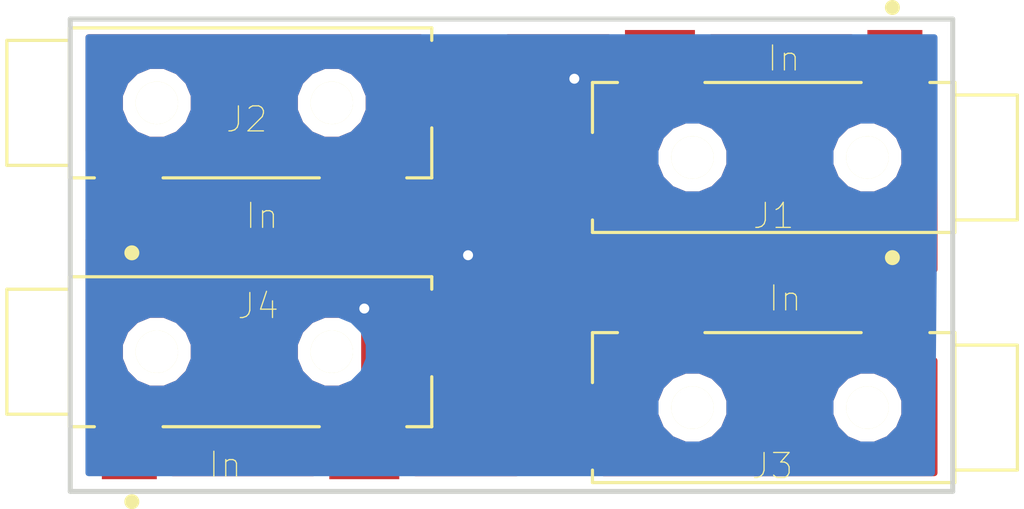
<source format=kicad_pcb>
(kicad_pcb (version 20171130) (host pcbnew "(5.0.1)-rc2")

  (general
    (thickness 1.6)
    (drawings 4)
    (tracks 17)
    (zones 0)
    (modules 4)
    (nets 7)
  )

  (page A4)
  (layers
    (0 F.Cu signal)
    (31 B.Cu signal)
    (32 B.Adhes user)
    (33 F.Adhes user)
    (34 B.Paste user)
    (35 F.Paste user)
    (36 B.SilkS user)
    (37 F.SilkS user)
    (38 B.Mask user)
    (39 F.Mask user)
    (40 Dwgs.User user)
    (41 Cmts.User user)
    (42 Eco1.User user)
    (43 Eco2.User user)
    (44 Edge.Cuts user)
    (45 Margin user)
    (46 B.CrtYd user)
    (47 F.CrtYd user)
    (48 B.Fab user)
    (49 F.Fab user)
  )

  (setup
    (last_trace_width 0.25)
    (trace_clearance 0.2)
    (zone_clearance 0.508)
    (zone_45_only no)
    (trace_min 0.2)
    (segment_width 0.2)
    (edge_width 0.15)
    (via_size 0.8)
    (via_drill 0.4)
    (via_min_size 0.4)
    (via_min_drill 0.3)
    (uvia_size 0.3)
    (uvia_drill 0.1)
    (uvias_allowed no)
    (uvia_min_size 0.2)
    (uvia_min_drill 0.1)
    (pcb_text_width 0.3)
    (pcb_text_size 1.5 1.5)
    (mod_edge_width 0.15)
    (mod_text_size 1 1)
    (mod_text_width 0.15)
    (pad_size 2.6 2.8)
    (pad_drill 0)
    (pad_to_mask_clearance 0.051)
    (solder_mask_min_width 0.25)
    (aux_axis_origin 0 0)
    (visible_elements FFFFFF7F)
    (pcbplotparams
      (layerselection 0x010fc_ffffffff)
      (usegerberextensions false)
      (usegerberattributes false)
      (usegerberadvancedattributes false)
      (creategerberjobfile false)
      (excludeedgelayer true)
      (linewidth 0.100000)
      (plotframeref false)
      (viasonmask false)
      (mode 1)
      (useauxorigin false)
      (hpglpennumber 1)
      (hpglpenspeed 20)
      (hpglpendiameter 15.000000)
      (psnegative false)
      (psa4output false)
      (plotreference true)
      (plotvalue true)
      (plotinvisibletext false)
      (padsonsilk false)
      (subtractmaskfromsilk false)
      (outputformat 1)
      (mirror false)
      (drillshape 0)
      (scaleselection 1)
      (outputdirectory "gerbers/"))
  )

  (net 0 "")
  (net 1 GND)
  (net 2 "Net-(J1-PadT)")
  (net 3 "Net-(J1-PadTN)")
  (net 4 "Net-(J2-PadTN)")
  (net 5 "Net-(J3-PadTN)")
  (net 6 "Net-(J4-PadTN)")

  (net_class Default "This is the default net class."
    (clearance 0.2)
    (trace_width 0.25)
    (via_dia 0.8)
    (via_drill 0.4)
    (uvia_dia 0.3)
    (uvia_drill 0.1)
    (add_net GND)
    (add_net "Net-(J1-PadT)")
    (add_net "Net-(J1-PadTN)")
    (add_net "Net-(J2-PadTN)")
    (add_net "Net-(J3-PadTN)")
    (add_net "Net-(J4-PadTN)")
  )

  (module SJ2-3592B-SMT-TR:CUI_SJ2-3592B-SMT-TR (layer F.Cu) (tedit 5C528DBB) (tstamp 5C5F0AC6)
    (at 137.7188 83.8708)
    (path /5C528DC4)
    (attr smd)
    (fp_text reference J4 (at 0.3048 -1.8288) (layer F.SilkS)
      (effects (font (size 1.00194 1.00194) (thickness 0.05)))
    )
    (fp_text value In (at -1.016 4.5212) (layer F.SilkS)
      (effects (font (size 1.00016 1.00016) (thickness 0.05)))
    )
    (fp_line (start -3.5 3) (end 2.75 3) (layer F.SilkS) (width 0.127))
    (fp_line (start 7.25 3) (end 6.25 3) (layer F.SilkS) (width 0.127))
    (fp_line (start 7.25 1) (end 7.25 3) (layer F.SilkS) (width 0.127))
    (fp_line (start 7.25 -3) (end 7.25 -2.5) (layer F.SilkS) (width 0.127))
    (fp_line (start -7.25 -3) (end 7.25 -3) (layer F.SilkS) (width 0.127))
    (fp_line (start -7.25 2.5) (end -7.25 -3) (layer F.SilkS) (width 0.127))
    (fp_line (start -7.25 3) (end -6.25 3) (layer F.SilkS) (width 0.127))
    (fp_line (start -7.25 2.5) (end -7.25 3) (layer F.SilkS) (width 0.127))
    (fp_line (start -9.75 2.5) (end -7.25 2.5) (layer F.SilkS) (width 0.127))
    (fp_line (start -9.75 -2.5) (end -9.75 2.5) (layer F.SilkS) (width 0.127))
    (fp_line (start -7.25 -2.5) (end -9.75 -2.5) (layer F.SilkS) (width 0.127))
    (fp_line (start -9.75 2.5) (end -7.25 2.5) (layer Dwgs.User) (width 0.127))
    (fp_line (start -9.75 -2.5) (end -9.75 2.5) (layer Dwgs.User) (width 0.127))
    (fp_line (start -7.25 -2.5) (end -9.75 -2.5) (layer Dwgs.User) (width 0.127))
    (fp_circle (center -4.75 6) (end -4.6 6) (layer F.SilkS) (width 0.3))
    (fp_line (start -10 5.5) (end -10 -3.25) (layer Eco1.User) (width 0.05))
    (fp_line (start 10.25 5.5) (end -10 5.5) (layer Eco1.User) (width 0.05))
    (fp_line (start 10.25 -3.25) (end 10.25 5.5) (layer Eco1.User) (width 0.05))
    (fp_line (start -10 -3.25) (end 10.25 -3.25) (layer Eco1.User) (width 0.05))
    (fp_line (start -7.25 -2.5) (end -7.25 -3) (layer Dwgs.User) (width 0.127))
    (fp_line (start -7.25 2.5) (end -7.25 -2.5) (layer Dwgs.User) (width 0.127))
    (fp_line (start -7.25 3) (end -7.25 2.5) (layer Dwgs.User) (width 0.127))
    (fp_line (start 7.25 3) (end -7.25 3) (layer Dwgs.User) (width 0.127))
    (fp_line (start 7.25 -3) (end 7.25 3) (layer Dwgs.User) (width 0.127))
    (fp_line (start -7.25 -3) (end 7.25 -3) (layer Dwgs.User) (width 0.127))
    (pad Hole np_thru_hole circle (at 3.25 0) (size 1.7 1.7) (drill 1.7) (layers *.Cu *.Mask F.SilkS))
    (pad Hole np_thru_hole circle (at -3.75 0) (size 1.7 1.7) (drill 1.7) (layers *.Cu *.Mask F.SilkS))
    (pad TN smd rect (at 8.55 -0.75) (size 2.6 2.8) (layers F.Cu F.Paste F.Mask)
      (net 6 "Net-(J4-PadTN)"))
    (pad T smd rect (at 4.55 3.7) (size 2.8 2.8) (layers F.Cu F.Paste F.Mask)
      (net 2 "Net-(J1-PadT)"))
    (pad S smd rect (at -4.85 3.7) (size 2.2 2.8) (layers F.Cu F.Paste F.Mask)
      (net 1 GND))
  )

  (module SJ2-3592B-SMT-TR:CUI_SJ2-3592B-SMT-TR (layer F.Cu) (tedit 5C528DB7) (tstamp 5C5F0AA4)
    (at 158.6484 86.106 180)
    (path /5C528D3F)
    (attr smd)
    (fp_text reference J3 (at 0.0508 -2.3368 180) (layer F.SilkS)
      (effects (font (size 1.00194 1.00194) (thickness 0.05)))
    )
    (fp_text value In (at -0.4572 4.3688 180) (layer F.SilkS)
      (effects (font (size 1.00016 1.00016) (thickness 0.05)))
    )
    (fp_line (start -7.25 -3) (end 7.25 -3) (layer Dwgs.User) (width 0.127))
    (fp_line (start 7.25 -3) (end 7.25 3) (layer Dwgs.User) (width 0.127))
    (fp_line (start 7.25 3) (end -7.25 3) (layer Dwgs.User) (width 0.127))
    (fp_line (start -7.25 3) (end -7.25 2.5) (layer Dwgs.User) (width 0.127))
    (fp_line (start -7.25 2.5) (end -7.25 -2.5) (layer Dwgs.User) (width 0.127))
    (fp_line (start -7.25 -2.5) (end -7.25 -3) (layer Dwgs.User) (width 0.127))
    (fp_line (start -10 -3.25) (end 10.25 -3.25) (layer Eco1.User) (width 0.05))
    (fp_line (start 10.25 -3.25) (end 10.25 5.5) (layer Eco1.User) (width 0.05))
    (fp_line (start 10.25 5.5) (end -10 5.5) (layer Eco1.User) (width 0.05))
    (fp_line (start -10 5.5) (end -10 -3.25) (layer Eco1.User) (width 0.05))
    (fp_circle (center -4.75 6) (end -4.6 6) (layer F.SilkS) (width 0.3))
    (fp_line (start -7.25 -2.5) (end -9.75 -2.5) (layer Dwgs.User) (width 0.127))
    (fp_line (start -9.75 -2.5) (end -9.75 2.5) (layer Dwgs.User) (width 0.127))
    (fp_line (start -9.75 2.5) (end -7.25 2.5) (layer Dwgs.User) (width 0.127))
    (fp_line (start -7.25 -2.5) (end -9.75 -2.5) (layer F.SilkS) (width 0.127))
    (fp_line (start -9.75 -2.5) (end -9.75 2.5) (layer F.SilkS) (width 0.127))
    (fp_line (start -9.75 2.5) (end -7.25 2.5) (layer F.SilkS) (width 0.127))
    (fp_line (start -7.25 2.5) (end -7.25 3) (layer F.SilkS) (width 0.127))
    (fp_line (start -7.25 3) (end -6.25 3) (layer F.SilkS) (width 0.127))
    (fp_line (start -7.25 2.5) (end -7.25 -3) (layer F.SilkS) (width 0.127))
    (fp_line (start -7.25 -3) (end 7.25 -3) (layer F.SilkS) (width 0.127))
    (fp_line (start 7.25 -3) (end 7.25 -2.5) (layer F.SilkS) (width 0.127))
    (fp_line (start 7.25 1) (end 7.25 3) (layer F.SilkS) (width 0.127))
    (fp_line (start 7.25 3) (end 6.25 3) (layer F.SilkS) (width 0.127))
    (fp_line (start -3.5 3) (end 2.75 3) (layer F.SilkS) (width 0.127))
    (pad S smd rect (at -4.85 3.7 180) (size 2.2 2.8) (layers F.Cu F.Paste F.Mask)
      (net 1 GND))
    (pad T smd rect (at 4.55 3.7 180) (size 2.8 2.8) (layers F.Cu F.Paste F.Mask)
      (net 2 "Net-(J1-PadT)"))
    (pad TN smd rect (at 8.55 -0.75 180) (size 2.6 2.8) (layers F.Cu F.Paste F.Mask)
      (net 5 "Net-(J3-PadTN)"))
    (pad Hole np_thru_hole circle (at -3.75 0 180) (size 1.7 1.7) (drill 1.7) (layers *.Cu *.Mask F.SilkS))
    (pad Hole np_thru_hole circle (at 3.25 0 180) (size 1.7 1.7) (drill 1.7) (layers *.Cu *.Mask F.SilkS))
  )

  (module SJ2-3592B-SMT-TR:CUI_SJ2-3592B-SMT-TR (layer F.Cu) (tedit 5C528DAA) (tstamp 5C5F0A82)
    (at 137.7188 73.914)
    (path /5C528DF9)
    (attr smd)
    (fp_text reference J2 (at -0.1524 0.6604) (layer F.SilkS)
      (effects (font (size 1.00194 1.00194) (thickness 0.05)))
    )
    (fp_text value In (at 0.4572 4.5212) (layer F.SilkS)
      (effects (font (size 1.00016 1.00016) (thickness 0.05)))
    )
    (fp_line (start -3.5 3) (end 2.75 3) (layer F.SilkS) (width 0.127))
    (fp_line (start 7.25 3) (end 6.25 3) (layer F.SilkS) (width 0.127))
    (fp_line (start 7.25 1) (end 7.25 3) (layer F.SilkS) (width 0.127))
    (fp_line (start 7.25 -3) (end 7.25 -2.5) (layer F.SilkS) (width 0.127))
    (fp_line (start -7.25 -3) (end 7.25 -3) (layer F.SilkS) (width 0.127))
    (fp_line (start -7.25 2.5) (end -7.25 -3) (layer F.SilkS) (width 0.127))
    (fp_line (start -7.25 3) (end -6.25 3) (layer F.SilkS) (width 0.127))
    (fp_line (start -7.25 2.5) (end -7.25 3) (layer F.SilkS) (width 0.127))
    (fp_line (start -9.75 2.5) (end -7.25 2.5) (layer F.SilkS) (width 0.127))
    (fp_line (start -9.75 -2.5) (end -9.75 2.5) (layer F.SilkS) (width 0.127))
    (fp_line (start -7.25 -2.5) (end -9.75 -2.5) (layer F.SilkS) (width 0.127))
    (fp_line (start -9.75 2.5) (end -7.25 2.5) (layer Dwgs.User) (width 0.127))
    (fp_line (start -9.75 -2.5) (end -9.75 2.5) (layer Dwgs.User) (width 0.127))
    (fp_line (start -7.25 -2.5) (end -9.75 -2.5) (layer Dwgs.User) (width 0.127))
    (fp_circle (center -4.75 6) (end -4.6 6) (layer F.SilkS) (width 0.3))
    (fp_line (start -10 5.5) (end -10 -3.25) (layer Eco1.User) (width 0.05))
    (fp_line (start 10.25 5.5) (end -10 5.5) (layer Eco1.User) (width 0.05))
    (fp_line (start 10.25 -3.25) (end 10.25 5.5) (layer Eco1.User) (width 0.05))
    (fp_line (start -10 -3.25) (end 10.25 -3.25) (layer Eco1.User) (width 0.05))
    (fp_line (start -7.25 -2.5) (end -7.25 -3) (layer Dwgs.User) (width 0.127))
    (fp_line (start -7.25 2.5) (end -7.25 -2.5) (layer Dwgs.User) (width 0.127))
    (fp_line (start -7.25 3) (end -7.25 2.5) (layer Dwgs.User) (width 0.127))
    (fp_line (start 7.25 3) (end -7.25 3) (layer Dwgs.User) (width 0.127))
    (fp_line (start 7.25 -3) (end 7.25 3) (layer Dwgs.User) (width 0.127))
    (fp_line (start -7.25 -3) (end 7.25 -3) (layer Dwgs.User) (width 0.127))
    (pad Hole np_thru_hole circle (at 3.25 0) (size 1.7 1.7) (drill 1.7) (layers *.Cu *.Mask F.SilkS))
    (pad Hole np_thru_hole circle (at -3.75 0) (size 1.7 1.7) (drill 1.7) (layers *.Cu *.Mask F.SilkS))
    (pad TN smd rect (at 8.55 -0.75) (size 2.6 2.8) (layers F.Cu F.Paste F.Mask)
      (net 4 "Net-(J2-PadTN)"))
    (pad T smd rect (at 4.55 3.7) (size 2.8 2.8) (layers F.Cu F.Paste F.Mask)
      (net 2 "Net-(J1-PadT)"))
    (pad S smd rect (at -4.85 3.7) (size 2.2 2.8) (layers F.Cu F.Paste F.Mask)
      (net 1 GND))
  )

  (module SJ2-3592B-SMT-TR:CUI_SJ2-3592B-SMT-TR (layer F.Cu) (tedit 5C528DAF) (tstamp 5C5F0A60)
    (at 158.6484 76.0984 180)
    (path /5C528CDE)
    (attr smd)
    (fp_text reference J1 (at 0 -2.3368 180) (layer F.SilkS)
      (effects (font (size 1.00194 1.00194) (thickness 0.05)))
    )
    (fp_text value In (at -0.4064 3.9624 180) (layer F.SilkS)
      (effects (font (size 1.00016 1.00016) (thickness 0.05)))
    )
    (fp_line (start -7.25 -3) (end 7.25 -3) (layer Dwgs.User) (width 0.127))
    (fp_line (start 7.25 -3) (end 7.25 3) (layer Dwgs.User) (width 0.127))
    (fp_line (start 7.25 3) (end -7.25 3) (layer Dwgs.User) (width 0.127))
    (fp_line (start -7.25 3) (end -7.25 2.5) (layer Dwgs.User) (width 0.127))
    (fp_line (start -7.25 2.5) (end -7.25 -2.5) (layer Dwgs.User) (width 0.127))
    (fp_line (start -7.25 -2.5) (end -7.25 -3) (layer Dwgs.User) (width 0.127))
    (fp_line (start -10 -3.25) (end 10.25 -3.25) (layer Eco1.User) (width 0.05))
    (fp_line (start 10.25 -3.25) (end 10.25 5.5) (layer Eco1.User) (width 0.05))
    (fp_line (start 10.25 5.5) (end -10 5.5) (layer Eco1.User) (width 0.05))
    (fp_line (start -10 5.5) (end -10 -3.25) (layer Eco1.User) (width 0.05))
    (fp_circle (center -4.75 6) (end -4.6 6) (layer F.SilkS) (width 0.3))
    (fp_line (start -7.25 -2.5) (end -9.75 -2.5) (layer Dwgs.User) (width 0.127))
    (fp_line (start -9.75 -2.5) (end -9.75 2.5) (layer Dwgs.User) (width 0.127))
    (fp_line (start -9.75 2.5) (end -7.25 2.5) (layer Dwgs.User) (width 0.127))
    (fp_line (start -7.25 -2.5) (end -9.75 -2.5) (layer F.SilkS) (width 0.127))
    (fp_line (start -9.75 -2.5) (end -9.75 2.5) (layer F.SilkS) (width 0.127))
    (fp_line (start -9.75 2.5) (end -7.25 2.5) (layer F.SilkS) (width 0.127))
    (fp_line (start -7.25 2.5) (end -7.25 3) (layer F.SilkS) (width 0.127))
    (fp_line (start -7.25 3) (end -6.25 3) (layer F.SilkS) (width 0.127))
    (fp_line (start -7.25 2.5) (end -7.25 -3) (layer F.SilkS) (width 0.127))
    (fp_line (start -7.25 -3) (end 7.25 -3) (layer F.SilkS) (width 0.127))
    (fp_line (start 7.25 -3) (end 7.25 -2.5) (layer F.SilkS) (width 0.127))
    (fp_line (start 7.25 1) (end 7.25 3) (layer F.SilkS) (width 0.127))
    (fp_line (start 7.25 3) (end 6.25 3) (layer F.SilkS) (width 0.127))
    (fp_line (start -3.5 3) (end 2.75 3) (layer F.SilkS) (width 0.127))
    (pad S smd rect (at -4.85 3.7 180) (size 2.2 2.8) (layers F.Cu F.Paste F.Mask)
      (net 1 GND))
    (pad T smd rect (at 4.55 3.7 180) (size 2.8 2.8) (layers F.Cu F.Paste F.Mask)
      (net 2 "Net-(J1-PadT)"))
    (pad TN smd rect (at 8.55 -0.75 180) (size 2.6 2.8) (layers F.Cu F.Paste F.Mask)
      (net 3 "Net-(J1-PadTN)"))
    (pad Hole np_thru_hole circle (at -3.75 0 180) (size 1.7 1.7) (drill 1.7) (layers *.Cu *.Mask F.SilkS))
    (pad Hole np_thru_hole circle (at 3.25 0 180) (size 1.7 1.7) (drill 1.7) (layers *.Cu *.Mask F.SilkS))
  )

  (gr_line (start 165.8112 70.5612) (end 130.5052 70.5612) (layer Edge.Cuts) (width 0.2))
  (gr_line (start 165.8112 89.4588) (end 165.8112 70.5612) (layer Edge.Cuts) (width 0.2))
  (gr_line (start 130.5052 89.4588) (end 165.8112 89.4588) (layer Edge.Cuts) (width 0.2))
  (gr_line (start 130.5052 70.5612) (end 130.5052 89.4588) (layer Edge.Cuts) (width 0.2))

  (segment (start 142.2688 85.9208) (end 142.2688 82.1436) (width 0.25) (layer F.Cu) (net 2))
  (segment (start 142.2688 87.5708) (end 142.2688 85.9208) (width 0.25) (layer F.Cu) (net 2))
  (segment (start 152.4484 82.406) (end 154.0984 82.406) (width 0.25) (layer F.Cu) (net 2))
  (segment (start 148.816601 82.406) (end 152.4484 82.406) (width 0.25) (layer F.Cu) (net 2))
  (segment (start 144.024601 77.614) (end 146.420601 80.01) (width 0.25) (layer F.Cu) (net 2))
  (segment (start 142.2688 77.614) (end 144.024601 77.614) (width 0.25) (layer F.Cu) (net 2))
  (segment (start 146.420601 80.01) (end 148.816601 82.406) (width 0.25) (layer F.Cu) (net 2) (tstamp 5C5F1E4C))
  (via (at 146.420601 80.01) (size 0.8) (drill 0.4) (layers F.Cu B.Cu) (net 2))
  (segment (start 142.2688 82.1436) (end 142.2688 77.614) (width 0.25) (layer F.Cu) (net 2) (tstamp 5C5F1E4E))
  (via (at 142.2688 82.1436) (size 0.8) (drill 0.4) (layers F.Cu B.Cu) (net 2))
  (segment (start 152.4484 72.3984) (end 151.898 72.9488) (width 0.25) (layer F.Cu) (net 2))
  (segment (start 154.0984 72.3984) (end 152.4484 72.3984) (width 0.25) (layer F.Cu) (net 2))
  (segment (start 151.898 72.9488) (end 150.6728 72.9488) (width 0.25) (layer F.Cu) (net 2))
  (segment (start 150.6728 72.9488) (end 150.6728 72.9488) (width 0.25) (layer F.Cu) (net 2) (tstamp 5C5F1E50))
  (via (at 150.6728 72.9488) (size 0.8) (drill 0.4) (layers F.Cu B.Cu) (net 2))
  (segment (start 150.6728 75.757801) (end 146.420601 80.01) (width 0.25) (layer B.Cu) (net 2))
  (segment (start 150.6728 72.9488) (end 150.6728 75.757801) (width 0.25) (layer B.Cu) (net 2))

  (zone (net 1) (net_name GND) (layer F.Cu) (tstamp 5C5F1E62) (hatch edge 0.508)
    (connect_pads (clearance 0.508))
    (min_thickness 0.254)
    (fill yes (arc_segments 16) (thermal_gap 0.508) (thermal_bridge_width 0.508))
    (polygon
      (pts
        (xy 130.556 70.5612) (xy 165.5572 70.6628) (xy 165.608 89.0016) (xy 130.81 89.3064)
      )
    )
    (filled_polygon
      (pts
        (xy 144.510991 71.306191) (xy 144.370643 71.516235) (xy 144.32136 71.764) (xy 144.32136 74.564) (xy 144.370643 74.811765)
        (xy 144.510991 75.021809) (xy 144.721035 75.162157) (xy 144.9688 75.21144) (xy 147.5688 75.21144) (xy 147.816565 75.162157)
        (xy 148.026609 75.021809) (xy 148.166957 74.811765) (xy 148.21624 74.564) (xy 148.21624 71.764) (xy 148.166957 71.516235)
        (xy 148.026609 71.306191) (xy 148.011657 71.2962) (xy 152.05096 71.2962) (xy 152.05096 71.749917) (xy 151.900471 71.850471)
        (xy 151.858071 71.913927) (xy 151.583199 72.1888) (xy 151.376511 72.1888) (xy 151.25908 72.071369) (xy 150.878674 71.9138)
        (xy 150.466926 71.9138) (xy 150.08652 72.071369) (xy 149.795369 72.36252) (xy 149.6378 72.742926) (xy 149.6378 73.154674)
        (xy 149.795369 73.53508) (xy 150.08652 73.826231) (xy 150.466926 73.9838) (xy 150.878674 73.9838) (xy 151.25908 73.826231)
        (xy 151.376511 73.7088) (xy 151.823153 73.7088) (xy 151.898 73.723688) (xy 151.972847 73.7088) (xy 151.972852 73.7088)
        (xy 152.05096 73.693263) (xy 152.05096 73.7984) (xy 152.100243 74.046165) (xy 152.240591 74.256209) (xy 152.450635 74.396557)
        (xy 152.6984 74.44584) (xy 155.4984 74.44584) (xy 155.746165 74.396557) (xy 155.956209 74.256209) (xy 156.096557 74.046165)
        (xy 156.14584 73.7984) (xy 156.14584 72.68415) (xy 161.7634 72.68415) (xy 161.7634 73.92471) (xy 161.860073 74.158099)
        (xy 162.038702 74.336727) (xy 162.272091 74.4334) (xy 163.21265 74.4334) (xy 163.3714 74.27465) (xy 163.3714 72.5254)
        (xy 161.92215 72.5254) (xy 161.7634 72.68415) (xy 156.14584 72.68415) (xy 156.14584 71.2962) (xy 161.7634 71.2962)
        (xy 161.7634 72.11265) (xy 161.92215 72.2714) (xy 163.3714 72.2714) (xy 163.3714 72.2514) (xy 163.6254 72.2514)
        (xy 163.6254 72.2714) (xy 163.6454 72.2714) (xy 163.6454 72.5254) (xy 163.6254 72.5254) (xy 163.6254 74.27465)
        (xy 163.78415 74.4334) (xy 164.724709 74.4334) (xy 164.958098 74.336727) (xy 165.076201 74.218625) (xy 165.0762 80.585775)
        (xy 164.958098 80.467673) (xy 164.724709 80.371) (xy 163.78415 80.371) (xy 163.6254 80.52975) (xy 163.6254 82.279)
        (xy 163.6454 82.279) (xy 163.6454 82.533) (xy 163.6254 82.533) (xy 163.6254 84.28225) (xy 163.78415 84.441)
        (xy 164.724709 84.441) (xy 164.958098 84.344327) (xy 165.0762 84.226225) (xy 165.0762 88.7238) (xy 151.841257 88.7238)
        (xy 151.856209 88.713809) (xy 151.996557 88.503765) (xy 152.04584 88.256) (xy 152.04584 85.810615) (xy 153.9134 85.810615)
        (xy 153.9134 86.401385) (xy 154.139478 86.947185) (xy 154.557215 87.364922) (xy 155.103015 87.591) (xy 155.693785 87.591)
        (xy 156.239585 87.364922) (xy 156.657322 86.947185) (xy 156.8834 86.401385) (xy 156.8834 85.810615) (xy 160.9134 85.810615)
        (xy 160.9134 86.401385) (xy 161.139478 86.947185) (xy 161.557215 87.364922) (xy 162.103015 87.591) (xy 162.693785 87.591)
        (xy 163.239585 87.364922) (xy 163.657322 86.947185) (xy 163.8834 86.401385) (xy 163.8834 85.810615) (xy 163.657322 85.264815)
        (xy 163.239585 84.847078) (xy 162.693785 84.621) (xy 162.103015 84.621) (xy 161.557215 84.847078) (xy 161.139478 85.264815)
        (xy 160.9134 85.810615) (xy 156.8834 85.810615) (xy 156.657322 85.264815) (xy 156.239585 84.847078) (xy 155.693785 84.621)
        (xy 155.103015 84.621) (xy 154.557215 84.847078) (xy 154.139478 85.264815) (xy 153.9134 85.810615) (xy 152.04584 85.810615)
        (xy 152.04584 85.456) (xy 151.996557 85.208235) (xy 151.856209 84.998191) (xy 151.646165 84.857843) (xy 151.3984 84.80856)
        (xy 148.7984 84.80856) (xy 148.550635 84.857843) (xy 148.340591 84.998191) (xy 148.200243 85.208235) (xy 148.15096 85.456)
        (xy 148.15096 88.256) (xy 148.200243 88.503765) (xy 148.340591 88.713809) (xy 148.355543 88.7238) (xy 144.31624 88.7238)
        (xy 144.31624 86.1708) (xy 144.266957 85.923035) (xy 144.126609 85.712991) (xy 143.916565 85.572643) (xy 143.6688 85.52336)
        (xy 143.0288 85.52336) (xy 143.0288 82.847311) (xy 143.146231 82.72988) (xy 143.3038 82.349474) (xy 143.3038 81.937726)
        (xy 143.146231 81.55732) (xy 143.0288 81.439889) (xy 143.0288 79.66144) (xy 143.6688 79.66144) (xy 143.916565 79.612157)
        (xy 144.126609 79.471809) (xy 144.266957 79.261765) (xy 144.31624 79.014) (xy 144.31624 78.98044) (xy 145.385601 80.049802)
        (xy 145.385601 80.215874) (xy 145.54317 80.59628) (xy 145.834321 80.887431) (xy 146.214727 81.045) (xy 146.3808 81.045)
        (xy 146.40916 81.07336) (xy 144.9688 81.07336) (xy 144.721035 81.122643) (xy 144.510991 81.262991) (xy 144.370643 81.473035)
        (xy 144.32136 81.7208) (xy 144.32136 84.5208) (xy 144.370643 84.768565) (xy 144.510991 84.978609) (xy 144.721035 85.118957)
        (xy 144.9688 85.16824) (xy 147.5688 85.16824) (xy 147.816565 85.118957) (xy 148.026609 84.978609) (xy 148.166957 84.768565)
        (xy 148.21624 84.5208) (xy 148.21624 82.880441) (xy 148.226272 82.890473) (xy 148.268672 82.953929) (xy 148.332128 82.996329)
        (xy 148.520063 83.121904) (xy 148.568206 83.13148) (xy 148.741749 83.166) (xy 148.741753 83.166) (xy 148.816601 83.180888)
        (xy 148.891449 83.166) (xy 152.05096 83.166) (xy 152.05096 83.806) (xy 152.100243 84.053765) (xy 152.240591 84.263809)
        (xy 152.450635 84.404157) (xy 152.6984 84.45344) (xy 155.4984 84.45344) (xy 155.746165 84.404157) (xy 155.956209 84.263809)
        (xy 156.096557 84.053765) (xy 156.14584 83.806) (xy 156.14584 82.69175) (xy 161.7634 82.69175) (xy 161.7634 83.93231)
        (xy 161.860073 84.165699) (xy 162.038702 84.344327) (xy 162.272091 84.441) (xy 163.21265 84.441) (xy 163.3714 84.28225)
        (xy 163.3714 82.533) (xy 161.92215 82.533) (xy 161.7634 82.69175) (xy 156.14584 82.69175) (xy 156.14584 81.006)
        (xy 156.120716 80.87969) (xy 161.7634 80.87969) (xy 161.7634 82.12025) (xy 161.92215 82.279) (xy 163.3714 82.279)
        (xy 163.3714 80.52975) (xy 163.21265 80.371) (xy 162.272091 80.371) (xy 162.038702 80.467673) (xy 161.860073 80.646301)
        (xy 161.7634 80.87969) (xy 156.120716 80.87969) (xy 156.096557 80.758235) (xy 155.956209 80.548191) (xy 155.746165 80.407843)
        (xy 155.4984 80.35856) (xy 152.6984 80.35856) (xy 152.450635 80.407843) (xy 152.240591 80.548191) (xy 152.100243 80.758235)
        (xy 152.05096 81.006) (xy 152.05096 81.646) (xy 149.131403 81.646) (xy 147.455601 79.970199) (xy 147.455601 79.804126)
        (xy 147.298032 79.42372) (xy 147.006881 79.132569) (xy 146.626475 78.975) (xy 146.460403 78.975) (xy 144.614932 77.12953)
        (xy 144.57253 77.066071) (xy 144.321138 76.898096) (xy 144.31624 76.897122) (xy 144.31624 76.214) (xy 144.266957 75.966235)
        (xy 144.126609 75.756191) (xy 143.916565 75.615843) (xy 143.6688 75.56656) (xy 140.8688 75.56656) (xy 140.621035 75.615843)
        (xy 140.410991 75.756191) (xy 140.270643 75.966235) (xy 140.22136 76.214) (xy 140.22136 79.014) (xy 140.270643 79.261765)
        (xy 140.410991 79.471809) (xy 140.621035 79.612157) (xy 140.8688 79.66144) (xy 141.508801 79.66144) (xy 141.5088 81.439889)
        (xy 141.391369 81.55732) (xy 141.2338 81.937726) (xy 141.2338 82.349474) (xy 141.248847 82.3858) (xy 140.673415 82.3858)
        (xy 140.127615 82.611878) (xy 139.709878 83.029615) (xy 139.4838 83.575415) (xy 139.4838 84.166185) (xy 139.709878 84.711985)
        (xy 140.127615 85.129722) (xy 140.673415 85.3558) (xy 141.264185 85.3558) (xy 141.5088 85.254477) (xy 141.5088 85.52336)
        (xy 140.8688 85.52336) (xy 140.621035 85.572643) (xy 140.410991 85.712991) (xy 140.270643 85.923035) (xy 140.22136 86.1708)
        (xy 140.22136 88.7238) (xy 134.6038 88.7238) (xy 134.6038 87.85655) (xy 134.44505 87.6978) (xy 132.9958 87.6978)
        (xy 132.9958 87.7178) (xy 132.7418 87.7178) (xy 132.7418 87.6978) (xy 132.7218 87.6978) (xy 132.7218 87.4438)
        (xy 132.7418 87.4438) (xy 132.7418 85.69455) (xy 132.9958 85.69455) (xy 132.9958 87.4438) (xy 134.44505 87.4438)
        (xy 134.6038 87.28505) (xy 134.6038 86.04449) (xy 134.507127 85.811101) (xy 134.328498 85.632473) (xy 134.095109 85.5358)
        (xy 133.15455 85.5358) (xy 132.9958 85.69455) (xy 132.7418 85.69455) (xy 132.58305 85.5358) (xy 131.642491 85.5358)
        (xy 131.409102 85.632473) (xy 131.2402 85.801374) (xy 131.2402 83.575415) (xy 132.4838 83.575415) (xy 132.4838 84.166185)
        (xy 132.709878 84.711985) (xy 133.127615 85.129722) (xy 133.673415 85.3558) (xy 134.264185 85.3558) (xy 134.809985 85.129722)
        (xy 135.227722 84.711985) (xy 135.4538 84.166185) (xy 135.4538 83.575415) (xy 135.227722 83.029615) (xy 134.809985 82.611878)
        (xy 134.264185 82.3858) (xy 133.673415 82.3858) (xy 133.127615 82.611878) (xy 132.709878 83.029615) (xy 132.4838 83.575415)
        (xy 131.2402 83.575415) (xy 131.2402 79.383426) (xy 131.409102 79.552327) (xy 131.642491 79.649) (xy 132.58305 79.649)
        (xy 132.7418 79.49025) (xy 132.7418 77.741) (xy 132.9958 77.741) (xy 132.9958 79.49025) (xy 133.15455 79.649)
        (xy 134.095109 79.649) (xy 134.328498 79.552327) (xy 134.507127 79.373699) (xy 134.6038 79.14031) (xy 134.6038 77.89975)
        (xy 134.44505 77.741) (xy 132.9958 77.741) (xy 132.7418 77.741) (xy 132.7218 77.741) (xy 132.7218 77.487)
        (xy 132.7418 77.487) (xy 132.7418 75.73775) (xy 132.9958 75.73775) (xy 132.9958 77.487) (xy 134.44505 77.487)
        (xy 134.6038 77.32825) (xy 134.6038 76.08769) (xy 134.507127 75.854301) (xy 134.328498 75.675673) (xy 134.095109 75.579)
        (xy 133.15455 75.579) (xy 132.9958 75.73775) (xy 132.7418 75.73775) (xy 132.58305 75.579) (xy 131.642491 75.579)
        (xy 131.409102 75.675673) (xy 131.2402 75.844574) (xy 131.2402 75.4484) (xy 148.15096 75.4484) (xy 148.15096 78.2484)
        (xy 148.200243 78.496165) (xy 148.340591 78.706209) (xy 148.550635 78.846557) (xy 148.7984 78.89584) (xy 151.3984 78.89584)
        (xy 151.646165 78.846557) (xy 151.856209 78.706209) (xy 151.996557 78.496165) (xy 152.04584 78.2484) (xy 152.04584 75.803015)
        (xy 153.9134 75.803015) (xy 153.9134 76.393785) (xy 154.139478 76.939585) (xy 154.557215 77.357322) (xy 155.103015 77.5834)
        (xy 155.693785 77.5834) (xy 156.239585 77.357322) (xy 156.657322 76.939585) (xy 156.8834 76.393785) (xy 156.8834 75.803015)
        (xy 160.9134 75.803015) (xy 160.9134 76.393785) (xy 161.139478 76.939585) (xy 161.557215 77.357322) (xy 162.103015 77.5834)
        (xy 162.693785 77.5834) (xy 163.239585 77.357322) (xy 163.657322 76.939585) (xy 163.8834 76.393785) (xy 163.8834 75.803015)
        (xy 163.657322 75.257215) (xy 163.239585 74.839478) (xy 162.693785 74.6134) (xy 162.103015 74.6134) (xy 161.557215 74.839478)
        (xy 161.139478 75.257215) (xy 160.9134 75.803015) (xy 156.8834 75.803015) (xy 156.657322 75.257215) (xy 156.239585 74.839478)
        (xy 155.693785 74.6134) (xy 155.103015 74.6134) (xy 154.557215 74.839478) (xy 154.139478 75.257215) (xy 153.9134 75.803015)
        (xy 152.04584 75.803015) (xy 152.04584 75.4484) (xy 151.996557 75.200635) (xy 151.856209 74.990591) (xy 151.646165 74.850243)
        (xy 151.3984 74.80096) (xy 148.7984 74.80096) (xy 148.550635 74.850243) (xy 148.340591 74.990591) (xy 148.200243 75.200635)
        (xy 148.15096 75.4484) (xy 131.2402 75.4484) (xy 131.2402 73.618615) (xy 132.4838 73.618615) (xy 132.4838 74.209385)
        (xy 132.709878 74.755185) (xy 133.127615 75.172922) (xy 133.673415 75.399) (xy 134.264185 75.399) (xy 134.809985 75.172922)
        (xy 135.227722 74.755185) (xy 135.4538 74.209385) (xy 135.4538 73.618615) (xy 139.4838 73.618615) (xy 139.4838 74.209385)
        (xy 139.709878 74.755185) (xy 140.127615 75.172922) (xy 140.673415 75.399) (xy 141.264185 75.399) (xy 141.809985 75.172922)
        (xy 142.227722 74.755185) (xy 142.4538 74.209385) (xy 142.4538 73.618615) (xy 142.227722 73.072815) (xy 141.809985 72.655078)
        (xy 141.264185 72.429) (xy 140.673415 72.429) (xy 140.127615 72.655078) (xy 139.709878 73.072815) (xy 139.4838 73.618615)
        (xy 135.4538 73.618615) (xy 135.227722 73.072815) (xy 134.809985 72.655078) (xy 134.264185 72.429) (xy 133.673415 72.429)
        (xy 133.127615 72.655078) (xy 132.709878 73.072815) (xy 132.4838 73.618615) (xy 131.2402 73.618615) (xy 131.2402 71.2962)
        (xy 144.525943 71.2962)
      )
    )
  )
  (zone (net 2) (net_name "Net-(J1-PadT)") (layer B.Cu) (tstamp 5C5F1E5F) (hatch edge 0.508)
    (connect_pads (clearance 0.508))
    (min_thickness 0.254)
    (fill yes (arc_segments 16) (thermal_gap 0.508) (thermal_bridge_width 0.508))
    (polygon
      (pts
        (xy 130.7592 71.1708) (xy 165.2524 71.12) (xy 165.1 88.8492) (xy 131.064 88.9508)
      )
    )
    (filled_polygon
      (pts
        (xy 165.076201 76.842984) (xy 164.974084 88.722576) (xy 164.564042 88.7238) (xy 131.2402 88.7238) (xy 131.2402 85.810615)
        (xy 153.9134 85.810615) (xy 153.9134 86.401385) (xy 154.139478 86.947185) (xy 154.557215 87.364922) (xy 155.103015 87.591)
        (xy 155.693785 87.591) (xy 156.239585 87.364922) (xy 156.657322 86.947185) (xy 156.8834 86.401385) (xy 156.8834 85.810615)
        (xy 160.9134 85.810615) (xy 160.9134 86.401385) (xy 161.139478 86.947185) (xy 161.557215 87.364922) (xy 162.103015 87.591)
        (xy 162.693785 87.591) (xy 163.239585 87.364922) (xy 163.657322 86.947185) (xy 163.8834 86.401385) (xy 163.8834 85.810615)
        (xy 163.657322 85.264815) (xy 163.239585 84.847078) (xy 162.693785 84.621) (xy 162.103015 84.621) (xy 161.557215 84.847078)
        (xy 161.139478 85.264815) (xy 160.9134 85.810615) (xy 156.8834 85.810615) (xy 156.657322 85.264815) (xy 156.239585 84.847078)
        (xy 155.693785 84.621) (xy 155.103015 84.621) (xy 154.557215 84.847078) (xy 154.139478 85.264815) (xy 153.9134 85.810615)
        (xy 131.2402 85.810615) (xy 131.2402 83.575415) (xy 132.4838 83.575415) (xy 132.4838 84.166185) (xy 132.709878 84.711985)
        (xy 133.127615 85.129722) (xy 133.673415 85.3558) (xy 134.264185 85.3558) (xy 134.809985 85.129722) (xy 135.227722 84.711985)
        (xy 135.4538 84.166185) (xy 135.4538 83.575415) (xy 139.4838 83.575415) (xy 139.4838 84.166185) (xy 139.709878 84.711985)
        (xy 140.127615 85.129722) (xy 140.673415 85.3558) (xy 141.264185 85.3558) (xy 141.809985 85.129722) (xy 142.227722 84.711985)
        (xy 142.4538 84.166185) (xy 142.4538 83.575415) (xy 142.227722 83.029615) (xy 141.809985 82.611878) (xy 141.264185 82.3858)
        (xy 140.673415 82.3858) (xy 140.127615 82.611878) (xy 139.709878 83.029615) (xy 139.4838 83.575415) (xy 135.4538 83.575415)
        (xy 135.227722 83.029615) (xy 134.809985 82.611878) (xy 134.264185 82.3858) (xy 133.673415 82.3858) (xy 133.127615 82.611878)
        (xy 132.709878 83.029615) (xy 132.4838 83.575415) (xy 131.2402 83.575415) (xy 131.2402 75.803015) (xy 153.9134 75.803015)
        (xy 153.9134 76.393785) (xy 154.139478 76.939585) (xy 154.557215 77.357322) (xy 155.103015 77.5834) (xy 155.693785 77.5834)
        (xy 156.239585 77.357322) (xy 156.657322 76.939585) (xy 156.8834 76.393785) (xy 156.8834 75.803015) (xy 160.9134 75.803015)
        (xy 160.9134 76.393785) (xy 161.139478 76.939585) (xy 161.557215 77.357322) (xy 162.103015 77.5834) (xy 162.693785 77.5834)
        (xy 163.239585 77.357322) (xy 163.657322 76.939585) (xy 163.8834 76.393785) (xy 163.8834 75.803015) (xy 163.657322 75.257215)
        (xy 163.239585 74.839478) (xy 162.693785 74.6134) (xy 162.103015 74.6134) (xy 161.557215 74.839478) (xy 161.139478 75.257215)
        (xy 160.9134 75.803015) (xy 156.8834 75.803015) (xy 156.657322 75.257215) (xy 156.239585 74.839478) (xy 155.693785 74.6134)
        (xy 155.103015 74.6134) (xy 154.557215 74.839478) (xy 154.139478 75.257215) (xy 153.9134 75.803015) (xy 131.2402 75.803015)
        (xy 131.2402 73.618615) (xy 132.4838 73.618615) (xy 132.4838 74.209385) (xy 132.709878 74.755185) (xy 133.127615 75.172922)
        (xy 133.673415 75.399) (xy 134.264185 75.399) (xy 134.809985 75.172922) (xy 135.227722 74.755185) (xy 135.4538 74.209385)
        (xy 135.4538 73.618615) (xy 139.4838 73.618615) (xy 139.4838 74.209385) (xy 139.709878 74.755185) (xy 140.127615 75.172922)
        (xy 140.673415 75.399) (xy 141.264185 75.399) (xy 141.809985 75.172922) (xy 142.227722 74.755185) (xy 142.4538 74.209385)
        (xy 142.4538 73.618615) (xy 142.227722 73.072815) (xy 141.809985 72.655078) (xy 141.264185 72.429) (xy 140.673415 72.429)
        (xy 140.127615 72.655078) (xy 139.709878 73.072815) (xy 139.4838 73.618615) (xy 135.4538 73.618615) (xy 135.227722 73.072815)
        (xy 134.809985 72.655078) (xy 134.264185 72.429) (xy 133.673415 72.429) (xy 133.127615 72.655078) (xy 132.709878 73.072815)
        (xy 132.4838 73.618615) (xy 131.2402 73.618615) (xy 131.2402 71.297092) (xy 131.845783 71.2962) (xy 165.076201 71.2962)
      )
    )
  )
)

</source>
